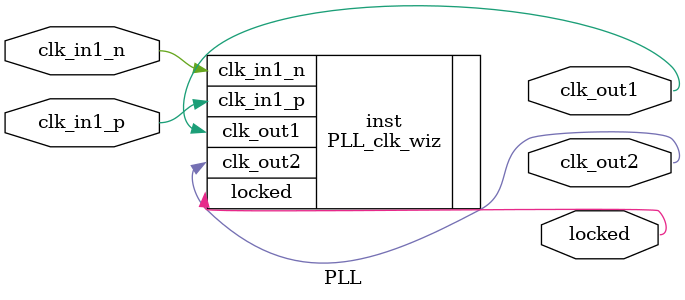
<source format=v>


`timescale 1ps/1ps

(* CORE_GENERATION_INFO = "PLL,clk_wiz_v6_0_13_0_0,{component_name=PLL,use_phase_alignment=true,use_min_o_jitter=false,use_max_i_jitter=false,use_dyn_phase_shift=false,use_inclk_switchover=false,use_dyn_reconfig=false,enable_axi=0,feedback_source=FDBK_AUTO,PRIMITIVE=PLL,num_out_clk=2,clkin1_period=20.000,clkin2_period=10.000,use_power_down=false,use_reset=false,use_locked=true,use_inclk_stopped=false,feedback_type=SINGLE,CLOCK_MGR_TYPE=NA,manual_override=false}" *)

module PLL 
 (
  // Clock out ports
  output        clk_out1,
  output        clk_out2,
  // Status and control signals
  output        locked,
 // Clock in ports
  input         clk_in1_p,
  input         clk_in1_n
 );

  PLL_clk_wiz inst
  (
  // Clock out ports  
  .clk_out1(clk_out1),
  .clk_out2(clk_out2),
  // Status and control signals               
  .locked(locked),
 // Clock in ports
  .clk_in1_p(clk_in1_p),
  .clk_in1_n(clk_in1_n)
  );

endmodule

</source>
